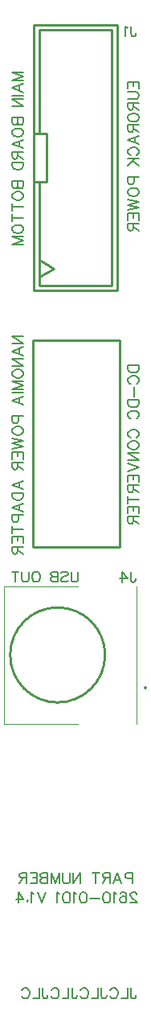
<source format=gbo>
G04 Layer: BottomSilkscreenLayer*
G04 Panelize: Stamp Hole, Column: 10, Row: 1, Board Size: 15.24mm x 109.86mm, Panelized Board Size: 206.4mm x 109.86mm*
G04 EasyEDA v6.5.34, 2023-08-21 18:11:39*
G04 2c7568c33adc46e786736174184ee4b8,5a6b42c53f6a479593ecc07194224c93,10*
G04 Gerber Generator version 0.2*
G04 Scale: 100 percent, Rotated: No, Reflected: No *
G04 Dimensions in millimeters *
G04 leading zeros omitted , absolute positions ,4 integer and 5 decimal *
%FSLAX45Y45*%
%MOMM*%

%ADD10C,0.2032*%
%ADD11C,0.1524*%
%ADD12C,0.2540*%
%ADD13C,0.1001*%
%ADD14C,0.1999*%
%ADD15C,0.0131*%

%LPD*%
D10*
X1088339Y-4252213D02*
G01*
X1088339Y-4339589D01*
X1093927Y-4355845D01*
X1099261Y-4361434D01*
X1110183Y-4366768D01*
X1121105Y-4366768D01*
X1132027Y-4361434D01*
X1137615Y-4355845D01*
X1142949Y-4339589D01*
X1142949Y-4328668D01*
X1052525Y-4252213D02*
G01*
X1052525Y-4366768D01*
X1052525Y-4366768D02*
G01*
X986993Y-4366768D01*
X869137Y-4279645D02*
G01*
X874471Y-4268723D01*
X885393Y-4257802D01*
X896315Y-4252213D01*
X918159Y-4252213D01*
X929081Y-4257802D01*
X940003Y-4268723D01*
X945591Y-4279645D01*
X950925Y-4295902D01*
X950925Y-4323079D01*
X945591Y-4339589D01*
X940003Y-4350512D01*
X929081Y-4361434D01*
X918159Y-4366768D01*
X896315Y-4366768D01*
X885393Y-4361434D01*
X874471Y-4350512D01*
X869137Y-4339589D01*
X778713Y-4252213D02*
G01*
X778713Y-4339589D01*
X784047Y-4355845D01*
X789381Y-4361434D01*
X800303Y-4366768D01*
X811225Y-4366768D01*
X822147Y-4361434D01*
X827735Y-4355845D01*
X833069Y-4339589D01*
X833069Y-4328668D01*
X742645Y-4252213D02*
G01*
X742645Y-4366768D01*
X742645Y-4366768D02*
G01*
X677113Y-4366768D01*
X559257Y-4279645D02*
G01*
X564845Y-4268723D01*
X575767Y-4257802D01*
X586689Y-4252213D01*
X608279Y-4252213D01*
X619201Y-4257802D01*
X630123Y-4268723D01*
X635711Y-4279645D01*
X641045Y-4295902D01*
X641045Y-4323079D01*
X635711Y-4339589D01*
X630123Y-4350512D01*
X619201Y-4361434D01*
X608279Y-4366768D01*
X586689Y-4366768D01*
X575767Y-4361434D01*
X564845Y-4350512D01*
X559257Y-4339589D01*
X468833Y-4252213D02*
G01*
X468833Y-4339589D01*
X474167Y-4355845D01*
X479755Y-4361434D01*
X490677Y-4366768D01*
X501599Y-4366768D01*
X512521Y-4361434D01*
X517855Y-4355845D01*
X523189Y-4339589D01*
X523189Y-4328668D01*
X432765Y-4252213D02*
G01*
X432765Y-4366768D01*
X432765Y-4366768D02*
G01*
X367233Y-4366768D01*
X249377Y-4279645D02*
G01*
X254965Y-4268723D01*
X265887Y-4257802D01*
X276809Y-4252213D01*
X298653Y-4252213D01*
X309575Y-4257802D01*
X320497Y-4268723D01*
X325831Y-4279645D01*
X331419Y-4295902D01*
X331419Y-4323079D01*
X325831Y-4339589D01*
X320497Y-4350512D01*
X309575Y-4361434D01*
X298653Y-4366768D01*
X276809Y-4366768D01*
X265887Y-4361434D01*
X254965Y-4350512D01*
X249377Y-4339589D01*
X158953Y-4252213D02*
G01*
X158953Y-4339589D01*
X164287Y-4355845D01*
X169875Y-4361434D01*
X180797Y-4366768D01*
X191719Y-4366768D01*
X202641Y-4361434D01*
X207975Y-4355845D01*
X213563Y-4339589D01*
X213563Y-4328668D01*
X122885Y-4252213D02*
G01*
X122885Y-4366768D01*
X122885Y-4366768D02*
G01*
X57607Y-4366768D01*
X-60248Y-4279645D02*
G01*
X-54914Y-4268723D01*
X-43992Y-4257802D01*
X-33070Y-4252213D01*
X-11226Y-4252213D01*
X-304Y-4257802D01*
X10617Y-4268723D01*
X15951Y-4279645D01*
X21539Y-4295902D01*
X21539Y-4323079D01*
X15951Y-4339589D01*
X10617Y-4350512D01*
X-304Y-4361434D01*
X-11226Y-4366768D01*
X-33070Y-4366768D01*
X-43992Y-4361434D01*
X-54914Y-4350512D01*
X-60248Y-4339589D01*
D11*
X533400Y128038D02*
G01*
X533400Y50106D01*
X528205Y34521D01*
X517814Y24129D01*
X502226Y18935D01*
X491835Y18935D01*
X476250Y24129D01*
X465858Y34521D01*
X460664Y50106D01*
X460664Y128038D01*
X353636Y112453D02*
G01*
X364027Y122844D01*
X379615Y128038D01*
X400395Y128038D01*
X415983Y122844D01*
X426374Y112453D01*
X426374Y102062D01*
X421177Y91671D01*
X415983Y86474D01*
X405592Y81279D01*
X374418Y70888D01*
X364027Y65694D01*
X358833Y60497D01*
X353636Y50106D01*
X353636Y34521D01*
X364027Y24129D01*
X379615Y18935D01*
X400395Y18935D01*
X415983Y24129D01*
X426374Y34521D01*
X319346Y128038D02*
G01*
X319346Y18935D01*
X319346Y128038D02*
G01*
X272587Y128038D01*
X257002Y122844D01*
X251805Y117647D01*
X246611Y107256D01*
X246611Y96865D01*
X251805Y86474D01*
X257002Y81279D01*
X272587Y76085D01*
X319346Y76085D02*
G01*
X272587Y76085D01*
X257002Y70888D01*
X251805Y65694D01*
X246611Y55303D01*
X246611Y39715D01*
X251805Y29324D01*
X257002Y24129D01*
X272587Y18935D01*
X319346Y18935D01*
X101137Y128038D02*
G01*
X111528Y122844D01*
X121920Y112453D01*
X127114Y102062D01*
X132311Y86474D01*
X132311Y60497D01*
X127114Y44912D01*
X121920Y34521D01*
X111528Y24129D01*
X101137Y18935D01*
X80355Y18935D01*
X69964Y24129D01*
X59575Y34521D01*
X54378Y44912D01*
X49184Y60497D01*
X49184Y86474D01*
X54378Y102062D01*
X59575Y112453D01*
X69964Y122844D01*
X80355Y128038D01*
X101137Y128038D01*
X14894Y128038D02*
G01*
X14894Y50106D01*
X9697Y34521D01*
X-693Y24129D01*
X-16278Y18935D01*
X-26670Y18935D01*
X-42255Y24129D01*
X-52646Y34521D01*
X-57843Y50106D01*
X-57843Y128038D01*
X-128501Y128038D02*
G01*
X-128501Y18935D01*
X-92133Y128038D02*
G01*
X-164868Y128038D01*
D10*
X1060010Y5283200D02*
G01*
X1174554Y5283200D01*
X1060010Y5283200D02*
G01*
X1060010Y5212290D01*
X1114554Y5283200D02*
G01*
X1114554Y5239562D01*
X1174554Y5283200D02*
G01*
X1174554Y5212290D01*
X1060010Y5176291D02*
G01*
X1141826Y5176291D01*
X1158191Y5170835D01*
X1169101Y5159928D01*
X1174554Y5143563D01*
X1174554Y5132654D01*
X1169101Y5116291D01*
X1158191Y5105382D01*
X1141826Y5099928D01*
X1060010Y5099928D01*
X1060010Y5063926D02*
G01*
X1174554Y5063926D01*
X1060010Y5063926D02*
G01*
X1060010Y5014836D01*
X1065463Y4998473D01*
X1070917Y4993017D01*
X1081826Y4987564D01*
X1092735Y4987564D01*
X1103645Y4993017D01*
X1109101Y4998473D01*
X1114554Y5014836D01*
X1114554Y5063926D01*
X1114554Y5025745D02*
G01*
X1174554Y4987564D01*
X1060010Y4918837D02*
G01*
X1065463Y4929746D01*
X1076373Y4940655D01*
X1087282Y4946108D01*
X1103645Y4951564D01*
X1130917Y4951564D01*
X1147282Y4946108D01*
X1158191Y4940655D01*
X1169101Y4929746D01*
X1174554Y4918837D01*
X1174554Y4897018D01*
X1169101Y4886109D01*
X1158191Y4875199D01*
X1147282Y4869746D01*
X1130917Y4864290D01*
X1103645Y4864290D01*
X1087282Y4869746D01*
X1076373Y4875199D01*
X1065463Y4886109D01*
X1060010Y4897018D01*
X1060010Y4918837D01*
X1060010Y4828291D02*
G01*
X1174554Y4828291D01*
X1060010Y4828291D02*
G01*
X1060010Y4779200D01*
X1065463Y4762837D01*
X1070917Y4757381D01*
X1081826Y4751928D01*
X1092735Y4751928D01*
X1103645Y4757381D01*
X1109101Y4762837D01*
X1114554Y4779200D01*
X1114554Y4828291D01*
X1114554Y4790109D02*
G01*
X1174554Y4751928D01*
X1060010Y4672291D02*
G01*
X1174554Y4715929D01*
X1060010Y4672291D02*
G01*
X1174554Y4628654D01*
X1136373Y4699563D02*
G01*
X1136373Y4645019D01*
X1087282Y4510836D02*
G01*
X1076373Y4516292D01*
X1065463Y4527202D01*
X1060010Y4538111D01*
X1060010Y4559929D01*
X1065463Y4570836D01*
X1076373Y4581745D01*
X1087282Y4587201D01*
X1103645Y4592655D01*
X1130917Y4592655D01*
X1147282Y4587201D01*
X1158191Y4581745D01*
X1169101Y4570836D01*
X1174554Y4559929D01*
X1174554Y4538111D01*
X1169101Y4527202D01*
X1158191Y4516292D01*
X1147282Y4510836D01*
X1060010Y4474837D02*
G01*
X1174554Y4474837D01*
X1060010Y4398474D02*
G01*
X1136373Y4474837D01*
X1109101Y4447565D02*
G01*
X1174554Y4398474D01*
X1060010Y4278475D02*
G01*
X1174554Y4278475D01*
X1060010Y4278475D02*
G01*
X1060010Y4229384D01*
X1065463Y4213019D01*
X1070917Y4207565D01*
X1081826Y4202112D01*
X1098191Y4202112D01*
X1109101Y4207565D01*
X1114554Y4213019D01*
X1120010Y4229384D01*
X1120010Y4278475D01*
X1060010Y4133385D02*
G01*
X1065463Y4144291D01*
X1076373Y4155201D01*
X1087282Y4160657D01*
X1103645Y4166110D01*
X1130917Y4166110D01*
X1147282Y4160657D01*
X1158191Y4155201D01*
X1169101Y4144291D01*
X1174554Y4133385D01*
X1174554Y4111566D01*
X1169101Y4100657D01*
X1158191Y4089747D01*
X1147282Y4084292D01*
X1130917Y4078838D01*
X1103645Y4078838D01*
X1087282Y4084292D01*
X1076373Y4089747D01*
X1065463Y4100657D01*
X1060010Y4111566D01*
X1060010Y4133385D01*
X1060010Y4042839D02*
G01*
X1174554Y4015567D01*
X1060010Y3988292D02*
G01*
X1174554Y4015567D01*
X1060010Y3988292D02*
G01*
X1174554Y3961020D01*
X1060010Y3933748D02*
G01*
X1174554Y3961020D01*
X1060010Y3897749D02*
G01*
X1174554Y3897749D01*
X1060010Y3897749D02*
G01*
X1060010Y3826840D01*
X1114554Y3897749D02*
G01*
X1114554Y3854112D01*
X1174554Y3897749D02*
G01*
X1174554Y3826840D01*
X1060010Y3790838D02*
G01*
X1174554Y3790838D01*
X1060010Y3790838D02*
G01*
X1060010Y3741747D01*
X1065463Y3725384D01*
X1070917Y3719931D01*
X1081826Y3714475D01*
X1092735Y3714475D01*
X1103645Y3719931D01*
X1109101Y3725384D01*
X1114554Y3741747D01*
X1114554Y3790838D01*
X1114554Y3752656D02*
G01*
X1174554Y3714475D01*
X1104900Y-3041210D02*
G01*
X1104900Y-3155754D01*
X1104900Y-3041210D02*
G01*
X1055809Y-3041210D01*
X1039446Y-3046663D01*
X1033990Y-3052117D01*
X1028537Y-3063026D01*
X1028537Y-3079391D01*
X1033990Y-3090301D01*
X1039446Y-3095754D01*
X1055809Y-3101210D01*
X1104900Y-3101210D01*
X948900Y-3041210D02*
G01*
X992535Y-3155754D01*
X948900Y-3041210D02*
G01*
X905263Y-3155754D01*
X976172Y-3117573D02*
G01*
X921628Y-3117573D01*
X869264Y-3041210D02*
G01*
X869264Y-3155754D01*
X869264Y-3041210D02*
G01*
X820173Y-3041210D01*
X803810Y-3046663D01*
X798355Y-3052117D01*
X792901Y-3063026D01*
X792901Y-3073935D01*
X798355Y-3084845D01*
X803810Y-3090301D01*
X820173Y-3095754D01*
X869264Y-3095754D01*
X831082Y-3095754D02*
G01*
X792901Y-3155754D01*
X718718Y-3041210D02*
G01*
X718718Y-3155754D01*
X756899Y-3041210D02*
G01*
X680537Y-3041210D01*
X560537Y-3041210D02*
G01*
X560537Y-3155754D01*
X560537Y-3041210D02*
G01*
X484174Y-3155754D01*
X484174Y-3041210D02*
G01*
X484174Y-3155754D01*
X448172Y-3041210D02*
G01*
X448172Y-3123026D01*
X442719Y-3139391D01*
X431810Y-3150301D01*
X415447Y-3155754D01*
X404538Y-3155754D01*
X388172Y-3150301D01*
X377266Y-3139391D01*
X371810Y-3123026D01*
X371810Y-3041210D01*
X335810Y-3041210D02*
G01*
X335810Y-3155754D01*
X335810Y-3041210D02*
G01*
X292173Y-3155754D01*
X248538Y-3041210D02*
G01*
X292173Y-3155754D01*
X248538Y-3041210D02*
G01*
X248538Y-3155754D01*
X212537Y-3041210D02*
G01*
X212537Y-3155754D01*
X212537Y-3041210D02*
G01*
X163446Y-3041210D01*
X147083Y-3046663D01*
X141630Y-3052117D01*
X136174Y-3063026D01*
X136174Y-3073935D01*
X141630Y-3084845D01*
X147083Y-3090301D01*
X163446Y-3095754D01*
X212537Y-3095754D02*
G01*
X163446Y-3095754D01*
X147083Y-3101210D01*
X141630Y-3106663D01*
X136174Y-3117573D01*
X136174Y-3133935D01*
X141630Y-3144845D01*
X147083Y-3150301D01*
X163446Y-3155754D01*
X212537Y-3155754D01*
X100175Y-3041210D02*
G01*
X100175Y-3155754D01*
X100175Y-3041210D02*
G01*
X29265Y-3041210D01*
X100175Y-3095754D02*
G01*
X56537Y-3095754D01*
X100175Y-3155754D02*
G01*
X29265Y-3155754D01*
X-6733Y-3041210D02*
G01*
X-6733Y-3155754D01*
X-6733Y-3041210D02*
G01*
X-55824Y-3041210D01*
X-72189Y-3046663D01*
X-77642Y-3052117D01*
X-83098Y-3063026D01*
X-83098Y-3073935D01*
X-77642Y-3084845D01*
X-72189Y-3090301D01*
X-55824Y-3095754D01*
X-6733Y-3095754D01*
X-44914Y-3095754D02*
G01*
X-83098Y-3155754D01*
X1150246Y-3271682D02*
G01*
X1150246Y-3266226D01*
X1144790Y-3255317D01*
X1139337Y-3249863D01*
X1128428Y-3244410D01*
X1106609Y-3244410D01*
X1095700Y-3249863D01*
X1090246Y-3255317D01*
X1084790Y-3266226D01*
X1084790Y-3277135D01*
X1090246Y-3288045D01*
X1101153Y-3304410D01*
X1155700Y-3358954D01*
X1079337Y-3358954D01*
X977882Y-3260773D02*
G01*
X983335Y-3249863D01*
X999700Y-3244410D01*
X1010610Y-3244410D01*
X1026972Y-3249863D01*
X1037882Y-3266226D01*
X1043335Y-3293501D01*
X1043335Y-3320773D01*
X1037882Y-3342591D01*
X1026972Y-3353501D01*
X1010610Y-3358954D01*
X1005154Y-3358954D01*
X988791Y-3353501D01*
X977882Y-3342591D01*
X972428Y-3326226D01*
X972428Y-3320773D01*
X977882Y-3304410D01*
X988791Y-3293501D01*
X1005154Y-3288045D01*
X1010610Y-3288045D01*
X1026972Y-3293501D01*
X1037882Y-3304410D01*
X1043335Y-3320773D01*
X936426Y-3266226D02*
G01*
X925517Y-3260773D01*
X909154Y-3244410D01*
X909154Y-3358954D01*
X840427Y-3244410D02*
G01*
X856790Y-3249863D01*
X867699Y-3266226D01*
X873155Y-3293501D01*
X873155Y-3309863D01*
X867699Y-3337135D01*
X856790Y-3353501D01*
X840427Y-3358954D01*
X829518Y-3358954D01*
X813155Y-3353501D01*
X802246Y-3337135D01*
X796790Y-3309863D01*
X796790Y-3293501D01*
X802246Y-3266226D01*
X813155Y-3249863D01*
X829518Y-3244410D01*
X840427Y-3244410D01*
X760790Y-3309863D02*
G01*
X662609Y-3309863D01*
X593882Y-3244410D02*
G01*
X610247Y-3249863D01*
X621154Y-3266226D01*
X626610Y-3293501D01*
X626610Y-3309863D01*
X621154Y-3337135D01*
X610247Y-3353501D01*
X593882Y-3358954D01*
X582973Y-3358954D01*
X566610Y-3353501D01*
X555701Y-3337135D01*
X550247Y-3309863D01*
X550247Y-3293501D01*
X555701Y-3266226D01*
X566610Y-3249863D01*
X582973Y-3244410D01*
X593882Y-3244410D01*
X514245Y-3266226D02*
G01*
X503336Y-3260773D01*
X486973Y-3244410D01*
X486973Y-3358954D01*
X418246Y-3244410D02*
G01*
X434611Y-3249863D01*
X445518Y-3266226D01*
X450974Y-3293501D01*
X450974Y-3309863D01*
X445518Y-3337135D01*
X434611Y-3353501D01*
X418246Y-3358954D01*
X407337Y-3358954D01*
X390974Y-3353501D01*
X380065Y-3337135D01*
X374611Y-3309863D01*
X374611Y-3293501D01*
X380065Y-3266226D01*
X390974Y-3249863D01*
X407337Y-3244410D01*
X418246Y-3244410D01*
X338609Y-3266226D02*
G01*
X327700Y-3260773D01*
X311337Y-3244410D01*
X311337Y-3358954D01*
X191338Y-3244410D02*
G01*
X147701Y-3358954D01*
X104066Y-3244410D02*
G01*
X147701Y-3358954D01*
X68066Y-3266226D02*
G01*
X57157Y-3260773D01*
X40792Y-3244410D01*
X40792Y-3358954D01*
X-660Y-3331682D02*
G01*
X4792Y-3337135D01*
X-660Y-3342591D01*
X-6116Y-3337135D01*
X-660Y-3331682D01*
X-96662Y-3244410D02*
G01*
X-42115Y-3320773D01*
X-123934Y-3320773D01*
X-96662Y-3244410D02*
G01*
X-96662Y-3358954D01*
X-159189Y2603500D02*
G01*
X-44645Y2603500D01*
X-159189Y2603500D02*
G01*
X-44645Y2527137D01*
X-159189Y2527137D02*
G01*
X-44645Y2527137D01*
X-159189Y2447500D02*
G01*
X-44645Y2491135D01*
X-159189Y2447500D02*
G01*
X-44645Y2403863D01*
X-82826Y2474772D02*
G01*
X-82826Y2420228D01*
X-159189Y2367864D02*
G01*
X-44645Y2367864D01*
X-159189Y2367864D02*
G01*
X-44645Y2291501D01*
X-159189Y2291501D02*
G01*
X-44645Y2291501D01*
X-159189Y2222774D02*
G01*
X-153736Y2233683D01*
X-142826Y2244590D01*
X-131917Y2250046D01*
X-115554Y2255499D01*
X-88282Y2255499D01*
X-71917Y2250046D01*
X-61008Y2244590D01*
X-50098Y2233683D01*
X-44645Y2222774D01*
X-44645Y2200955D01*
X-50098Y2190046D01*
X-61008Y2179137D01*
X-71917Y2173683D01*
X-88282Y2168227D01*
X-115554Y2168227D01*
X-131917Y2173683D01*
X-142826Y2179137D01*
X-153736Y2190046D01*
X-159189Y2200955D01*
X-159189Y2222774D01*
X-159189Y2132228D02*
G01*
X-44645Y2132228D01*
X-159189Y2132228D02*
G01*
X-44645Y2088591D01*
X-159189Y2044956D02*
G01*
X-44645Y2088591D01*
X-159189Y2044956D02*
G01*
X-44645Y2044956D01*
X-159189Y2008954D02*
G01*
X-44645Y2008954D01*
X-159189Y1929320D02*
G01*
X-44645Y1972955D01*
X-159189Y1929320D02*
G01*
X-44645Y1885683D01*
X-82826Y1956592D02*
G01*
X-82826Y1902045D01*
X-159189Y1765683D02*
G01*
X-44645Y1765683D01*
X-159189Y1765683D02*
G01*
X-159189Y1716592D01*
X-153736Y1700230D01*
X-148282Y1694774D01*
X-137373Y1689320D01*
X-121008Y1689320D01*
X-110098Y1694774D01*
X-104645Y1700230D01*
X-99189Y1716592D01*
X-99189Y1765683D01*
X-159189Y1620593D02*
G01*
X-153736Y1631502D01*
X-142826Y1642412D01*
X-131917Y1647865D01*
X-115554Y1653319D01*
X-88282Y1653319D01*
X-71917Y1647865D01*
X-61008Y1642412D01*
X-50098Y1631502D01*
X-44645Y1620593D01*
X-44645Y1598775D01*
X-50098Y1587865D01*
X-61008Y1576956D01*
X-71917Y1571503D01*
X-88282Y1566047D01*
X-115554Y1566047D01*
X-131917Y1571503D01*
X-142826Y1576956D01*
X-153736Y1587865D01*
X-159189Y1598775D01*
X-159189Y1620593D01*
X-159189Y1530047D02*
G01*
X-44645Y1502775D01*
X-159189Y1475501D02*
G01*
X-44645Y1502775D01*
X-159189Y1475501D02*
G01*
X-44645Y1448229D01*
X-159189Y1420957D02*
G01*
X-44645Y1448229D01*
X-159189Y1384957D02*
G01*
X-44645Y1384957D01*
X-159189Y1384957D02*
G01*
X-159189Y1314048D01*
X-104645Y1384957D02*
G01*
X-104645Y1341320D01*
X-44645Y1384957D02*
G01*
X-44645Y1314048D01*
X-159189Y1278049D02*
G01*
X-44645Y1278049D01*
X-159189Y1278049D02*
G01*
X-159189Y1228956D01*
X-153736Y1212593D01*
X-148282Y1207140D01*
X-137373Y1201684D01*
X-126464Y1201684D01*
X-115554Y1207140D01*
X-110098Y1212593D01*
X-104645Y1228956D01*
X-104645Y1278049D01*
X-104645Y1239865D02*
G01*
X-44645Y1201684D01*
X-159189Y1038049D02*
G01*
X-44645Y1081684D01*
X-159189Y1038049D02*
G01*
X-44645Y994412D01*
X-82826Y1065321D02*
G01*
X-82826Y1010775D01*
X-159189Y958413D02*
G01*
X-44645Y958413D01*
X-159189Y958413D02*
G01*
X-159189Y920231D01*
X-153736Y903866D01*
X-142826Y892957D01*
X-131917Y887503D01*
X-115554Y882048D01*
X-88282Y882048D01*
X-71917Y887503D01*
X-61008Y892957D01*
X-50098Y903866D01*
X-44645Y920231D01*
X-44645Y958413D01*
X-159189Y802413D02*
G01*
X-44645Y846048D01*
X-159189Y802413D02*
G01*
X-44645Y758776D01*
X-82826Y829685D02*
G01*
X-82826Y775139D01*
X-159189Y722777D02*
G01*
X-44645Y722777D01*
X-159189Y722777D02*
G01*
X-159189Y673686D01*
X-153736Y657321D01*
X-148282Y651868D01*
X-137373Y646412D01*
X-121008Y646412D01*
X-110098Y651868D01*
X-104645Y657321D01*
X-99189Y673686D01*
X-99189Y722777D01*
X-159189Y572231D02*
G01*
X-44645Y572231D01*
X-159189Y610412D02*
G01*
X-159189Y534050D01*
X-159189Y498050D02*
G01*
X-44645Y498050D01*
X-159189Y498050D02*
G01*
X-159189Y427141D01*
X-104645Y498050D02*
G01*
X-104645Y454413D01*
X-44645Y498050D02*
G01*
X-44645Y427141D01*
X-159189Y391139D02*
G01*
X-44645Y391139D01*
X-159189Y391139D02*
G01*
X-159189Y342049D01*
X-153736Y325686D01*
X-148282Y320233D01*
X-137373Y314777D01*
X-126464Y314777D01*
X-115554Y320233D01*
X-110098Y325686D01*
X-104645Y342049D01*
X-104645Y391139D01*
X-104645Y352958D02*
G01*
X-44645Y314777D01*
X-159189Y5384800D02*
G01*
X-44645Y5384800D01*
X-159189Y5384800D02*
G01*
X-44645Y5341162D01*
X-159189Y5297528D02*
G01*
X-44645Y5341162D01*
X-159189Y5297528D02*
G01*
X-44645Y5297528D01*
X-159189Y5217891D02*
G01*
X-44645Y5261528D01*
X-159189Y5217891D02*
G01*
X-44645Y5174254D01*
X-82826Y5245163D02*
G01*
X-82826Y5190619D01*
X-159189Y5138254D02*
G01*
X-44645Y5138254D01*
X-159189Y5102255D02*
G01*
X-44645Y5102255D01*
X-159189Y5102255D02*
G01*
X-44645Y5025890D01*
X-159189Y5025890D02*
G01*
X-44645Y5025890D01*
X-159189Y4905890D02*
G01*
X-44645Y4905890D01*
X-159189Y4905890D02*
G01*
X-159189Y4856800D01*
X-153736Y4840437D01*
X-148282Y4834983D01*
X-137373Y4829528D01*
X-126464Y4829528D01*
X-115554Y4834983D01*
X-110098Y4840437D01*
X-104645Y4856800D01*
X-104645Y4905890D02*
G01*
X-104645Y4856800D01*
X-99189Y4840437D01*
X-93736Y4834983D01*
X-82826Y4829528D01*
X-66464Y4829528D01*
X-55554Y4834983D01*
X-50098Y4840437D01*
X-44645Y4856800D01*
X-44645Y4905890D01*
X-159189Y4760800D02*
G01*
X-153736Y4771710D01*
X-142826Y4782619D01*
X-131917Y4788072D01*
X-115554Y4793528D01*
X-88282Y4793528D01*
X-71917Y4788072D01*
X-61008Y4782619D01*
X-50098Y4771710D01*
X-44645Y4760800D01*
X-44645Y4738982D01*
X-50098Y4728072D01*
X-61008Y4717166D01*
X-71917Y4711710D01*
X-88282Y4706256D01*
X-115554Y4706256D01*
X-131917Y4711710D01*
X-142826Y4717166D01*
X-153736Y4728072D01*
X-159189Y4738982D01*
X-159189Y4760800D01*
X-159189Y4626620D02*
G01*
X-44645Y4670254D01*
X-159189Y4626620D02*
G01*
X-44645Y4582982D01*
X-82826Y4653892D02*
G01*
X-82826Y4599348D01*
X-159189Y4546983D02*
G01*
X-44645Y4546983D01*
X-159189Y4546983D02*
G01*
X-159189Y4497892D01*
X-153736Y4481530D01*
X-148282Y4476074D01*
X-137373Y4470620D01*
X-126464Y4470620D01*
X-115554Y4476074D01*
X-110098Y4481530D01*
X-104645Y4497892D01*
X-104645Y4546983D01*
X-104645Y4508802D02*
G01*
X-44645Y4470620D01*
X-159189Y4434619D02*
G01*
X-44645Y4434619D01*
X-159189Y4434619D02*
G01*
X-159189Y4396437D01*
X-153736Y4380075D01*
X-142826Y4369165D01*
X-131917Y4363712D01*
X-115554Y4358256D01*
X-88282Y4358256D01*
X-71917Y4363712D01*
X-61008Y4369165D01*
X-50098Y4380075D01*
X-44645Y4396437D01*
X-44645Y4434619D01*
X-159189Y4238256D02*
G01*
X-44645Y4238256D01*
X-159189Y4238256D02*
G01*
X-159189Y4189166D01*
X-153736Y4172803D01*
X-148282Y4167347D01*
X-137373Y4161894D01*
X-126464Y4161894D01*
X-115554Y4167347D01*
X-110098Y4172803D01*
X-104645Y4189166D01*
X-104645Y4238256D02*
G01*
X-104645Y4189166D01*
X-99189Y4172803D01*
X-93736Y4167347D01*
X-82826Y4161894D01*
X-66464Y4161894D01*
X-55554Y4167347D01*
X-50098Y4172803D01*
X-44645Y4189166D01*
X-44645Y4238256D01*
X-159189Y4093166D02*
G01*
X-153736Y4104076D01*
X-142826Y4114985D01*
X-131917Y4120438D01*
X-115554Y4125892D01*
X-88282Y4125892D01*
X-71917Y4120438D01*
X-61008Y4114985D01*
X-50098Y4104076D01*
X-44645Y4093166D01*
X-44645Y4071348D01*
X-50098Y4060438D01*
X-61008Y4049529D01*
X-71917Y4044076D01*
X-88282Y4038620D01*
X-115554Y4038620D01*
X-131917Y4044076D01*
X-142826Y4049529D01*
X-153736Y4060438D01*
X-159189Y4071348D01*
X-159189Y4093166D01*
X-159189Y3964439D02*
G01*
X-44645Y3964439D01*
X-159189Y4002620D02*
G01*
X-159189Y3926258D01*
X-159189Y3852075D02*
G01*
X-44645Y3852075D01*
X-159189Y3890256D02*
G01*
X-159189Y3813893D01*
X-159189Y3745166D02*
G01*
X-153736Y3756075D01*
X-142826Y3766985D01*
X-131917Y3772438D01*
X-115554Y3777894D01*
X-88282Y3777894D01*
X-71917Y3772438D01*
X-61008Y3766985D01*
X-50098Y3756075D01*
X-44645Y3745166D01*
X-44645Y3723347D01*
X-50098Y3712438D01*
X-61008Y3701531D01*
X-71917Y3696075D01*
X-88282Y3690622D01*
X-115554Y3690622D01*
X-131917Y3696075D01*
X-142826Y3701531D01*
X-153736Y3712438D01*
X-159189Y3723347D01*
X-159189Y3745166D01*
X-159189Y3654620D02*
G01*
X-44645Y3654620D01*
X-159189Y3654620D02*
G01*
X-44645Y3610985D01*
X-159189Y3567348D02*
G01*
X-44645Y3610985D01*
X-159189Y3567348D02*
G01*
X-44645Y3567348D01*
X1060010Y2298700D02*
G01*
X1174554Y2298700D01*
X1060010Y2298700D02*
G01*
X1060010Y2260518D01*
X1065463Y2244153D01*
X1076373Y2233246D01*
X1087282Y2227790D01*
X1103645Y2222337D01*
X1130917Y2222337D01*
X1147282Y2227790D01*
X1158191Y2233246D01*
X1169100Y2244153D01*
X1174554Y2260518D01*
X1174554Y2298700D01*
X1087282Y2104519D02*
G01*
X1076373Y2109972D01*
X1065463Y2120882D01*
X1060010Y2131791D01*
X1060010Y2153610D01*
X1065463Y2164519D01*
X1076373Y2175428D01*
X1087282Y2180882D01*
X1103645Y2186335D01*
X1130917Y2186335D01*
X1147282Y2180882D01*
X1158191Y2175428D01*
X1169100Y2164519D01*
X1174554Y2153610D01*
X1174554Y2131791D01*
X1169100Y2120882D01*
X1158191Y2109972D01*
X1147282Y2104519D01*
X1125463Y2068517D02*
G01*
X1125463Y1970336D01*
X1060010Y1934337D02*
G01*
X1174554Y1934337D01*
X1060010Y1934337D02*
G01*
X1060010Y1896155D01*
X1065463Y1879790D01*
X1076373Y1868883D01*
X1087282Y1863427D01*
X1103645Y1857974D01*
X1130917Y1857974D01*
X1147282Y1863427D01*
X1158191Y1868883D01*
X1169100Y1879790D01*
X1174554Y1896155D01*
X1174554Y1934337D01*
X1087282Y1740156D02*
G01*
X1076373Y1745609D01*
X1065463Y1756519D01*
X1060010Y1767428D01*
X1060010Y1789247D01*
X1065463Y1800156D01*
X1076373Y1811065D01*
X1087282Y1816519D01*
X1103645Y1821972D01*
X1130917Y1821972D01*
X1147282Y1816519D01*
X1158191Y1811065D01*
X1169100Y1800156D01*
X1174554Y1789247D01*
X1174554Y1767428D01*
X1169100Y1756519D01*
X1158191Y1745609D01*
X1147282Y1740156D01*
X1087282Y1538338D02*
G01*
X1076373Y1543791D01*
X1065463Y1554700D01*
X1060010Y1565610D01*
X1060010Y1587428D01*
X1065463Y1598338D01*
X1076373Y1609247D01*
X1087282Y1614700D01*
X1103645Y1620156D01*
X1130917Y1620156D01*
X1147282Y1614700D01*
X1158191Y1609247D01*
X1169100Y1598338D01*
X1174554Y1587428D01*
X1174554Y1565610D01*
X1169100Y1554700D01*
X1158191Y1543791D01*
X1147282Y1538338D01*
X1060010Y1469610D02*
G01*
X1065463Y1480520D01*
X1076373Y1491429D01*
X1087282Y1496882D01*
X1103645Y1502338D01*
X1130917Y1502338D01*
X1147282Y1496882D01*
X1158191Y1491429D01*
X1169100Y1480520D01*
X1174554Y1469610D01*
X1174554Y1447792D01*
X1169100Y1436883D01*
X1158191Y1425973D01*
X1147282Y1420520D01*
X1130917Y1415064D01*
X1103645Y1415064D01*
X1087282Y1420520D01*
X1076373Y1425973D01*
X1065463Y1436883D01*
X1060010Y1447792D01*
X1060010Y1469610D01*
X1060010Y1379065D02*
G01*
X1174554Y1379065D01*
X1060010Y1379065D02*
G01*
X1174554Y1302702D01*
X1060010Y1302702D02*
G01*
X1174554Y1302702D01*
X1060010Y1266703D02*
G01*
X1174554Y1223065D01*
X1060010Y1179428D02*
G01*
X1174554Y1223065D01*
X1060010Y1143429D02*
G01*
X1174554Y1143429D01*
X1060010Y1143429D02*
G01*
X1060010Y1072520D01*
X1114554Y1143429D02*
G01*
X1114554Y1099792D01*
X1174554Y1143429D02*
G01*
X1174554Y1072520D01*
X1060010Y1036520D02*
G01*
X1174554Y1036520D01*
X1060010Y1036520D02*
G01*
X1060010Y987430D01*
X1065463Y971067D01*
X1070917Y965611D01*
X1081826Y960158D01*
X1092735Y960158D01*
X1103645Y965611D01*
X1109100Y971067D01*
X1114554Y987430D01*
X1114554Y1036520D01*
X1114554Y998339D02*
G01*
X1174554Y960158D01*
X1060010Y885974D02*
G01*
X1174554Y885974D01*
X1060010Y924156D02*
G01*
X1060010Y847793D01*
X1060010Y811794D02*
G01*
X1174554Y811794D01*
X1060010Y811794D02*
G01*
X1060010Y740884D01*
X1114554Y811794D02*
G01*
X1114554Y768156D01*
X1174554Y811794D02*
G01*
X1174554Y740884D01*
X1060010Y704885D02*
G01*
X1174554Y704885D01*
X1060010Y704885D02*
G01*
X1060010Y655794D01*
X1065463Y639429D01*
X1070917Y633976D01*
X1081826Y628520D01*
X1092735Y628520D01*
X1103645Y633976D01*
X1109100Y639429D01*
X1114554Y655794D01*
X1114554Y704885D01*
X1114554Y666704D02*
G01*
X1174554Y628520D01*
D11*
X1091044Y5868329D02*
G01*
X1091044Y5785203D01*
X1096241Y5769615D01*
X1101435Y5764420D01*
X1111826Y5759226D01*
X1122217Y5759226D01*
X1132608Y5764420D01*
X1137805Y5769615D01*
X1143000Y5785203D01*
X1143000Y5795594D01*
X1056754Y5847547D02*
G01*
X1046365Y5852744D01*
X1030777Y5868329D01*
X1030777Y5759226D01*
X1087180Y126568D02*
G01*
X1087180Y43441D01*
X1092377Y27853D01*
X1097572Y22659D01*
X1107963Y17465D01*
X1118354Y17465D01*
X1128745Y22659D01*
X1133942Y27853D01*
X1139136Y43441D01*
X1139136Y53832D01*
X1000937Y126568D02*
G01*
X1052890Y53832D01*
X974961Y53832D01*
X1000937Y126568D02*
G01*
X1000937Y17465D01*
D12*
X947999Y3086996D02*
G01*
X947999Y5878987D01*
X947999Y5878984D02*
G01*
X68000Y5878987D01*
X68000Y5878987D02*
G01*
X68000Y3086996D01*
X68000Y3086996D02*
G01*
X947999Y3086996D01*
X76200Y4228990D02*
G01*
X203200Y4228990D01*
X203200Y4736990D01*
X76200Y4736990D01*
X127000Y3136790D02*
G01*
X889000Y3136790D01*
X889000Y5829190D01*
X127000Y5829190D01*
X127000Y4736990D01*
X127000Y4228990D02*
G01*
X127000Y3136790D01*
X125872Y3230013D02*
G01*
X279400Y3314590D01*
X125872Y3407813D01*
D13*
X529104Y-1476804D02*
G01*
X-246890Y-1476804D01*
X-246890Y-26794D01*
X529104Y-26794D01*
X1153106Y-1476804D02*
G01*
X1153106Y-26794D01*
D14*
G75*
G01*
X1233091Y-1094788D02*
G02*
X1253106Y-1094788I10008J0D01*
G75*
G01*
X1253106Y-1094788D02*
G02*
X1233091Y-1094788I-10007J0D01*
D12*
G75*
G01
X817499Y-749300D02*
G03X817499Y-749300I-499999J0D01*
X53111Y2564206D02*
G01*
X973099Y2564206D01*
X973099Y384200D01*
X53111Y384200D01*
X53111Y2564206D01*
M02*

</source>
